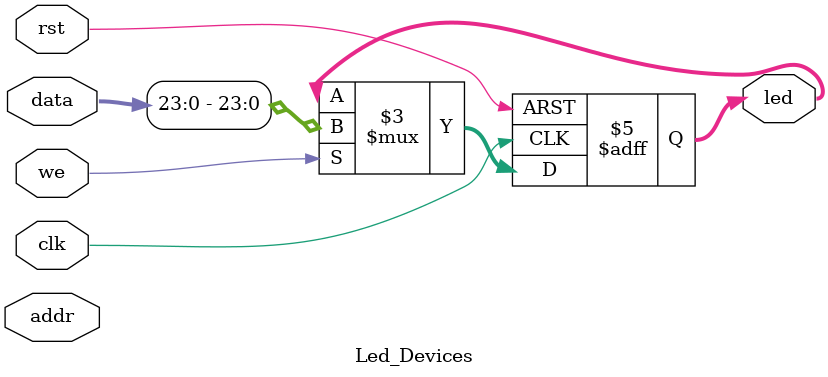
<source format=v>
`timescale 1ns / 1ps


module Led_Devices(
    input wire clk,
    input wire rst,
    input wire we,
    input wire [31:0] addr,
    input wire [31:0] data,
    output reg [23:0] led
    );
    always @ (posedge clk or posedge rst)begin
        if(rst)begin
            led = 24'h000_000;
        end else if(we)begin
            led = data[23:0];
        end
    end
endmodule

</source>
